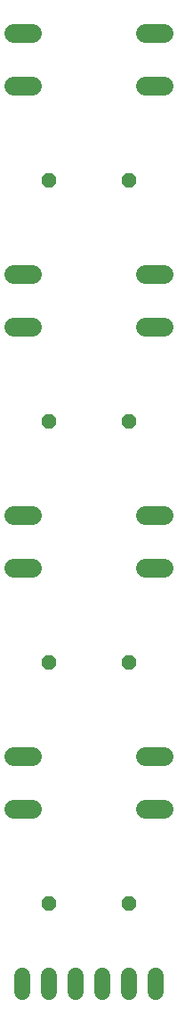
<source format=gtl>
G75*
%MOIN*%
%OFA0B0*%
%FSLAX24Y24*%
%IPPOS*%
%LPD*%
%AMOC8*
5,1,8,0,0,1.08239X$1,22.5*
%
%ADD10OC8,0.0520*%
%ADD11C,0.0705*%
%ADD12C,0.0600*%
D10*
X003160Y004470D03*
X003160Y013470D03*
X003160Y022470D03*
X003160Y031470D03*
X006160Y031470D03*
X006160Y022470D03*
X006160Y013470D03*
X006160Y004470D03*
D11*
X002553Y007990D02*
X001848Y007990D01*
X001848Y009950D02*
X002553Y009950D01*
X002553Y016990D02*
X001848Y016990D01*
X001848Y018950D02*
X002553Y018950D01*
X002553Y025990D02*
X001848Y025990D01*
X001848Y027950D02*
X002553Y027950D01*
X002553Y034990D02*
X001848Y034990D01*
X001848Y036950D02*
X002553Y036950D01*
X006768Y036950D02*
X007473Y036950D01*
X007473Y034990D02*
X006768Y034990D01*
X006768Y027950D02*
X007473Y027950D01*
X007473Y025990D02*
X006768Y025990D01*
X006768Y018950D02*
X007473Y018950D01*
X007473Y016990D02*
X006768Y016990D01*
X006768Y009950D02*
X007473Y009950D01*
X007473Y007990D02*
X006768Y007990D01*
D12*
X007160Y001770D02*
X007160Y001170D01*
X006160Y001170D02*
X006160Y001770D01*
X005160Y001770D02*
X005160Y001170D01*
X004160Y001170D02*
X004160Y001770D01*
X003160Y001770D02*
X003160Y001170D01*
X002160Y001170D02*
X002160Y001770D01*
M02*

</source>
